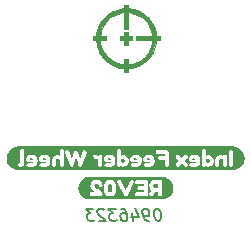
<source format=gbo>
G04 #@! TF.GenerationSoftware,KiCad,Pcbnew,5.1.9+dfsg1-1~bpo10+1*
G04 #@! TF.CreationDate,2021-05-23T17:13:23+00:00*
G04 #@! TF.ProjectId,indexingWheel,696e6465-7869-46e6-9757-6865656c2e6b,rev?*
G04 #@! TF.SameCoordinates,Original*
G04 #@! TF.FileFunction,Legend,Bot*
G04 #@! TF.FilePolarity,Positive*
%FSLAX46Y46*%
G04 Gerber Fmt 4.6, Leading zero omitted, Abs format (unit mm)*
G04 Created by KiCad (PCBNEW 5.1.9+dfsg1-1~bpo10+1) date 2021-05-23 17:13:23*
%MOMM*%
%LPD*%
G01*
G04 APERTURE LIST*
%ADD10C,0.150000*%
%ADD11C,0.100000*%
%ADD12C,0.010000*%
G04 APERTURE END LIST*
D10*
X2679747Y-8152380D02*
X2584508Y-8152380D01*
X2495223Y-8200000D01*
X2453556Y-8247619D01*
X2417842Y-8342857D01*
X2394032Y-8533333D01*
X2423794Y-8771428D01*
X2495223Y-8961904D01*
X2554747Y-9057142D01*
X2608318Y-9104761D01*
X2709508Y-9152380D01*
X2804747Y-9152380D01*
X2894032Y-9104761D01*
X2935699Y-9057142D01*
X2971413Y-8961904D01*
X2995223Y-8771428D01*
X2965461Y-8533333D01*
X2894032Y-8342857D01*
X2834508Y-8247619D01*
X2780937Y-8200000D01*
X2679747Y-8152380D01*
X1995223Y-9152380D02*
X1804747Y-9152380D01*
X1703556Y-9104761D01*
X1649985Y-9057142D01*
X1536889Y-8914285D01*
X1465461Y-8723809D01*
X1417842Y-8342857D01*
X1453556Y-8247619D01*
X1495223Y-8200000D01*
X1584508Y-8152380D01*
X1774985Y-8152380D01*
X1876175Y-8200000D01*
X1929747Y-8247619D01*
X1989270Y-8342857D01*
X2019032Y-8580952D01*
X1983318Y-8676190D01*
X1941651Y-8723809D01*
X1852366Y-8771428D01*
X1661889Y-8771428D01*
X1560699Y-8723809D01*
X1507127Y-8676190D01*
X1447604Y-8580952D01*
X578556Y-8485714D02*
X661889Y-9152380D01*
X769032Y-8104761D02*
X1096413Y-8819047D01*
X477366Y-8819047D01*
X-415491Y-8152380D02*
X-225014Y-8152380D01*
X-123824Y-8200000D01*
X-70252Y-8247619D01*
X42842Y-8390476D01*
X114270Y-8580952D01*
X161889Y-8961904D01*
X126175Y-9057142D01*
X84508Y-9104761D01*
X-4776Y-9152380D01*
X-195252Y-9152380D01*
X-296443Y-9104761D01*
X-350014Y-9057142D01*
X-409538Y-8961904D01*
X-439300Y-8723809D01*
X-403586Y-8628571D01*
X-361919Y-8580952D01*
X-272633Y-8533333D01*
X-82157Y-8533333D01*
X19032Y-8580952D01*
X72604Y-8628571D01*
X132127Y-8723809D01*
X-844062Y-8152380D02*
X-1463110Y-8152380D01*
X-1082157Y-8533333D01*
X-1225014Y-8533333D01*
X-1314300Y-8580952D01*
X-1355967Y-8628571D01*
X-1391681Y-8723809D01*
X-1361919Y-8961904D01*
X-1302395Y-9057142D01*
X-1248824Y-9104761D01*
X-1147633Y-9152380D01*
X-861919Y-9152380D01*
X-772633Y-9104761D01*
X-730967Y-9057142D01*
X-1832157Y-8247619D02*
X-1885729Y-8200000D01*
X-1986919Y-8152380D01*
X-2225014Y-8152380D01*
X-2314300Y-8200000D01*
X-2355967Y-8247619D01*
X-2391681Y-8342857D01*
X-2379776Y-8438095D01*
X-2314300Y-8580952D01*
X-1671443Y-9152380D01*
X-2290491Y-9152380D01*
X-2748824Y-8152380D02*
X-3367872Y-8152380D01*
X-2986919Y-8533333D01*
X-3129776Y-8533333D01*
X-3219062Y-8580952D01*
X-3260729Y-8628571D01*
X-3296443Y-8723809D01*
X-3266681Y-8961904D01*
X-3207157Y-9057142D01*
X-3153586Y-9104761D01*
X-3052395Y-9152380D01*
X-2766681Y-9152380D01*
X-2677395Y-9104761D01*
X-2635729Y-9057142D01*
D11*
G36*
X2754150Y-6353330D02*
G01*
X2510310Y-6353330D01*
X2399820Y-6311420D01*
X2344575Y-6185690D01*
X2399820Y-6059007D01*
X2514120Y-6016145D01*
X2754150Y-6016145D01*
X2754150Y-6353330D01*
G37*
G36*
X-1318740Y-6762905D02*
G01*
X-1404584Y-6739569D01*
X-1465901Y-6669560D01*
X-1502692Y-6552879D01*
X-1514955Y-6389525D01*
X-1514955Y-6378095D01*
X-1502811Y-6210574D01*
X-1466377Y-6090916D01*
X-1405656Y-6019122D01*
X-1320645Y-5995190D01*
X-1235634Y-6019181D01*
X-1174912Y-6091154D01*
X-1138479Y-6211110D01*
X-1126335Y-6379047D01*
X-1138360Y-6546985D01*
X-1174436Y-6666941D01*
X-1234563Y-6738914D01*
X-1318740Y-6762905D01*
G37*
G36*
X3091335Y-5419880D02*
G01*
X2921790Y-5678960D01*
X2510310Y-5678960D01*
X2399608Y-5692507D01*
X2291023Y-5733147D01*
X2184555Y-5800880D01*
X2115023Y-5870412D01*
X2058825Y-5960900D01*
X2021678Y-6067580D01*
X2009295Y-6185690D01*
X2025170Y-6320733D01*
X1889280Y-6905780D01*
X1889280Y-5846600D01*
X1853085Y-5714202D01*
X1715925Y-5678960D01*
X965355Y-5678960D01*
X899633Y-5681817D01*
X849150Y-5699915D01*
X693416Y-5758017D01*
X609120Y-5699915D01*
X512918Y-5667530D01*
X462435Y-5675150D01*
X430050Y-5701820D01*
X398618Y-5752302D01*
X373138Y-5805642D01*
X325275Y-5910417D01*
X264077Y-6044958D01*
X198593Y-6187595D01*
X132870Y-6330232D01*
X70958Y-6464773D01*
X24047Y-6566452D01*
X3330Y-6610505D01*
X-377670Y-5776115D01*
X-404340Y-5718965D01*
X-488160Y-5667530D01*
X-600555Y-5699915D01*
X-684851Y-5758017D01*
X-712950Y-5821835D01*
X-684375Y-5913275D01*
X-881304Y-5931611D01*
X-933930Y-5839932D01*
X-1000367Y-5768971D01*
X-1089187Y-5710392D01*
X-1197058Y-5671102D01*
X-1320645Y-5658005D01*
X-1443756Y-5670864D01*
X-1550197Y-5709440D01*
X-1637827Y-5767066D01*
X-1704502Y-5837075D01*
X-1755223Y-5919942D01*
X-1794990Y-6016145D01*
X-1826740Y-6132773D01*
X-1845790Y-6254058D01*
X-1852140Y-6380000D01*
X-1842853Y-6543473D01*
X-1814992Y-6689086D01*
X-1768558Y-6816840D01*
X-1965249Y-6808863D01*
X-2018827Y-6718138D01*
X-2097647Y-6637651D01*
X-2191230Y-6569548D01*
X-2292195Y-6508111D01*
X-2393160Y-6447628D01*
X-2486743Y-6383572D01*
X-2565562Y-6311420D01*
X-2619141Y-6232839D01*
X-2637000Y-6149495D01*
X-2623665Y-6100917D01*
X-2594137Y-6049482D01*
X-2543655Y-6012335D01*
X-2448405Y-5995190D01*
X-2342677Y-6039957D01*
X-2292195Y-6128540D01*
X-2284575Y-6172355D01*
X-2284575Y-6183785D01*
X-2281717Y-6246650D01*
X-2263620Y-6294275D01*
X-2212185Y-6328565D01*
X-2115030Y-6339995D01*
X-2008826Y-6321897D01*
X-1956915Y-6267605D01*
X-1947390Y-6170450D01*
X-1963159Y-6042921D01*
X-2010467Y-5924493D01*
X-2089312Y-5815167D01*
X-2193664Y-5727855D01*
X-2317489Y-5675467D01*
X-2460787Y-5658005D01*
X-2604192Y-5675679D01*
X-2728334Y-5728702D01*
X-2833215Y-5817072D01*
X-2912590Y-5928092D01*
X-2960215Y-6049059D01*
X-2976090Y-6179975D01*
X-2964184Y-6285702D01*
X-2928465Y-6385715D01*
X-2876077Y-6473345D01*
X-2814165Y-6541925D01*
X-2680815Y-6647176D01*
X-2562705Y-6711470D01*
X-2515080Y-6730520D01*
X-2515080Y-6740045D01*
X-2863695Y-6740045D01*
X-2975137Y-6758143D01*
X-3019905Y-6813388D01*
X-3031335Y-6910543D01*
X-3018952Y-7006745D01*
X-2977995Y-7056275D01*
X-2859885Y-7079135D01*
X-2115030Y-7079135D01*
X-1996920Y-7027700D01*
X-1947390Y-6907685D01*
X-1965249Y-6808863D01*
X-1768558Y-6816840D01*
X-1703550Y-6926735D01*
X-1637589Y-6996268D01*
X-1550197Y-7052465D01*
X-1444232Y-7089613D01*
X-1322550Y-7101995D01*
X-1200392Y-7089374D01*
X-1092997Y-7051513D01*
X-1003939Y-6995077D01*
X-936787Y-6926735D01*
X-885591Y-6845296D01*
X-844395Y-6749570D01*
X-813703Y-6635482D01*
X-795288Y-6511657D01*
X-789150Y-6378095D01*
X-794124Y-6257233D01*
X-809047Y-6148648D01*
X-833917Y-6052340D01*
X-881304Y-5931611D01*
X-684375Y-5913275D01*
X-158595Y-6980075D01*
X-94777Y-7047703D01*
X-6195Y-7073420D01*
X12855Y-7073420D01*
X103343Y-7047703D01*
X167160Y-6980075D01*
X692940Y-5913275D01*
X721515Y-5821835D01*
X693416Y-5758017D01*
X849150Y-5699915D01*
X810574Y-5750397D01*
X797715Y-5848505D01*
X815336Y-5954232D01*
X868200Y-6004715D01*
X967260Y-6016145D01*
X1552095Y-6016145D01*
X1552095Y-6208550D01*
X1174905Y-6208550D01*
X1109183Y-6211407D01*
X1058700Y-6229505D01*
X1020124Y-6279987D01*
X1007265Y-6378095D01*
X1025363Y-6483823D01*
X1079655Y-6534305D01*
X1178715Y-6545735D01*
X1552095Y-6545735D01*
X1552095Y-6738140D01*
X965355Y-6738140D01*
X899633Y-6740998D01*
X849150Y-6759095D01*
X810574Y-6809578D01*
X797715Y-6907685D01*
X815336Y-7013413D01*
X868200Y-7063895D01*
X967260Y-7075325D01*
X1721640Y-7075325D01*
X1827368Y-7057228D01*
X1877850Y-7002935D01*
X1889280Y-6905780D01*
X2025170Y-6320733D01*
X2072795Y-6438843D01*
X2152170Y-6540020D01*
X2119150Y-6618125D01*
X2075970Y-6717820D01*
X2022630Y-6839105D01*
X1994055Y-6938165D01*
X2023583Y-7004840D01*
X2112165Y-7060085D01*
X2210273Y-7086755D01*
X2271233Y-7068658D01*
X2306475Y-7031510D01*
X2331452Y-6977112D01*
X2380982Y-6862177D01*
X2455065Y-6686705D01*
X2514120Y-6690515D01*
X2754150Y-6690515D01*
X2754150Y-6905780D01*
X2757008Y-6971503D01*
X2775105Y-7021985D01*
X2825588Y-7060561D01*
X2923695Y-7073420D01*
X3029423Y-7055799D01*
X3079905Y-7002935D01*
X3091335Y-6903875D01*
X3091335Y-5846600D01*
X3088478Y-5780877D01*
X3070380Y-5730395D01*
X3019898Y-5691819D01*
X2921790Y-5678960D01*
X3091335Y-5419880D01*
X3091494Y-5419880D01*
X3185602Y-5424503D01*
X3278804Y-5438328D01*
X3370202Y-5461222D01*
X3458916Y-5492965D01*
X3544091Y-5533250D01*
X3624908Y-5581689D01*
X3700587Y-5637817D01*
X3770401Y-5701093D01*
X3833677Y-5770906D01*
X3889804Y-5846586D01*
X3938244Y-5927403D01*
X3978529Y-6012578D01*
X4010271Y-6101292D01*
X4033165Y-6192690D01*
X4046991Y-6285892D01*
X4051614Y-6380000D01*
X4046991Y-6474108D01*
X4033165Y-6567310D01*
X4010271Y-6658708D01*
X3978529Y-6747422D01*
X3938244Y-6832597D01*
X3889804Y-6913414D01*
X3833677Y-6989094D01*
X3770401Y-7058907D01*
X3700587Y-7122183D01*
X3624908Y-7178311D01*
X3544091Y-7226750D01*
X3458916Y-7267035D01*
X3370202Y-7298778D01*
X3278804Y-7321672D01*
X3185602Y-7335497D01*
X3091494Y-7340120D01*
X3091335Y-7340120D01*
X-3031335Y-7340120D01*
X-3031494Y-7340120D01*
X-3125602Y-7335497D01*
X-3218804Y-7321672D01*
X-3310202Y-7298778D01*
X-3398916Y-7267035D01*
X-3484091Y-7226750D01*
X-3564908Y-7178311D01*
X-3640587Y-7122183D01*
X-3710401Y-7058907D01*
X-3773677Y-6989094D01*
X-3829804Y-6913414D01*
X-3878244Y-6832597D01*
X-3918529Y-6747422D01*
X-3950271Y-6658708D01*
X-3973165Y-6567310D01*
X-3986991Y-6474108D01*
X-3991614Y-6380000D01*
X-3986991Y-6285892D01*
X-3973165Y-6192690D01*
X-3950271Y-6101292D01*
X-3918529Y-6012578D01*
X-3878244Y-5927403D01*
X-3829804Y-5846586D01*
X-3773677Y-5770906D01*
X-3710401Y-5701093D01*
X-3640587Y-5637817D01*
X-3564908Y-5581689D01*
X-3484091Y-5533250D01*
X-3398916Y-5492965D01*
X-3310202Y-5461222D01*
X-3218804Y-5438328D01*
X-3125602Y-5424503D01*
X-3031494Y-5419880D01*
X-3031335Y-5419880D01*
X3091335Y-5419880D01*
G37*
G36*
X-8042910Y-4010020D02*
G01*
X-8115300Y-3949060D01*
X-8081963Y-3878575D01*
X-7986713Y-3851905D01*
X-7863840Y-3902388D01*
X-7802880Y-4010020D01*
X-8042910Y-4010020D01*
G37*
G36*
X-1451610Y-4010020D02*
G01*
X-1524000Y-3949060D01*
X-1490663Y-3878575D01*
X-1395413Y-3851905D01*
X-1272540Y-3902388D01*
X-1211580Y-4010020D01*
X-1451610Y-4010020D01*
G37*
G36*
X779145Y-4010020D02*
G01*
X706755Y-3949060D01*
X740092Y-3878575D01*
X835342Y-3851905D01*
X958215Y-3902388D01*
X1019175Y-4010020D01*
X779145Y-4010020D01*
G37*
G36*
X1870710Y-4010020D02*
G01*
X1798320Y-3949060D01*
X1831657Y-3878575D01*
X1926907Y-3851905D01*
X2049780Y-3902388D01*
X2110740Y-4010020D01*
X1870710Y-4010020D01*
G37*
G36*
X-6951345Y-4010020D02*
G01*
X-7023735Y-3949060D01*
X-6990398Y-3878575D01*
X-6895148Y-3851905D01*
X-6772275Y-3902388D01*
X-6711315Y-4010020D01*
X-6951345Y-4010020D01*
G37*
G36*
X5737860Y-4010020D02*
G01*
X5665470Y-3949060D01*
X5698807Y-3878575D01*
X5794057Y-3851905D01*
X5916930Y-3902388D01*
X5977890Y-4010020D01*
X5737860Y-4010020D01*
G37*
G36*
X-110490Y-4189090D02*
G01*
X-230505Y-4240525D01*
X-347663Y-4189090D01*
X-394335Y-4075743D01*
X-349568Y-3960490D01*
X-228600Y-3907150D01*
X-106680Y-3959538D01*
X-60960Y-4074790D01*
X-110490Y-4189090D01*
G37*
G36*
X7078980Y-4189090D02*
G01*
X6958965Y-4240525D01*
X6841807Y-4189090D01*
X6795135Y-4075743D01*
X6839902Y-3960490D01*
X6960870Y-3907150D01*
X7082790Y-3959538D01*
X7128510Y-4074790D01*
X7078980Y-4189090D01*
G37*
G36*
X9086850Y-2861305D02*
G01*
X9086850Y-3347080D01*
X9083992Y-3281357D01*
X9065895Y-3230875D01*
X9015412Y-3192299D01*
X8917305Y-3179440D01*
X8811101Y-3197061D01*
X8759190Y-3249925D01*
X6789420Y-3268975D01*
X6786562Y-3203252D01*
X6769417Y-3153722D01*
X6718935Y-3114670D01*
X6622732Y-3103240D01*
X6526530Y-3114670D01*
X6476047Y-3154675D01*
X6458902Y-3205157D01*
X6456045Y-3270880D01*
X6176962Y-3694742D01*
X6064885Y-3614838D01*
X5935662Y-3566896D01*
X5789295Y-3550915D01*
X5665708Y-3562583D01*
X5559742Y-3597588D01*
X5471398Y-3655928D01*
X5400675Y-3737605D01*
X5352097Y-3841189D01*
X5335905Y-3953823D01*
X5350431Y-4055740D01*
X5394007Y-4127178D01*
X5522595Y-4183375D01*
X5974080Y-4183375D01*
X5911215Y-4272910D01*
X5785485Y-4309105D01*
X5686901Y-4303390D01*
X5612130Y-4286245D01*
X5591175Y-4278625D01*
X5514975Y-4257670D01*
X5191125Y-4286245D01*
X4979670Y-4072885D01*
X5191125Y-3859525D01*
X5259705Y-3742367D01*
X5190172Y-3625210D01*
X5073967Y-3556630D01*
X4958715Y-3625210D01*
X4747260Y-3838570D01*
X4537710Y-3625210D01*
X4421505Y-3556630D01*
X4305300Y-3625210D01*
X4236720Y-3742367D01*
X4305300Y-3859525D01*
X4516755Y-4072885D01*
X4305300Y-4286245D01*
X4236720Y-4403403D01*
X4305300Y-4519608D01*
X4421505Y-4587235D01*
X4537710Y-4518655D01*
X4747260Y-4307200D01*
X4958715Y-4518655D01*
X5073967Y-4587235D01*
X5190172Y-4519608D01*
X5259705Y-4403403D01*
X5191125Y-4286245D01*
X5514975Y-4257670D01*
X5410200Y-4343395D01*
X5385435Y-4431025D01*
X5410795Y-4505201D01*
X5486876Y-4558184D01*
X5613678Y-4589973D01*
X5791200Y-4600570D01*
X5924312Y-4588426D01*
X6041707Y-4551993D01*
X6139101Y-4495557D01*
X6212205Y-4423405D01*
X6278880Y-4316513D01*
X6318885Y-4201578D01*
X6332220Y-4078600D01*
X6314969Y-3929269D01*
X6263217Y-3801317D01*
X6176962Y-3694742D01*
X6456045Y-3270880D01*
X6456045Y-4408165D01*
X6458902Y-4473888D01*
X6477000Y-4522465D01*
X6531531Y-4561041D01*
X6637972Y-4573900D01*
X6741081Y-4550564D01*
X6785610Y-4480555D01*
X6881336Y-4549135D01*
X7008495Y-4571995D01*
X7119408Y-4555379D01*
X7223548Y-4505532D01*
X7320915Y-4422453D01*
X7399232Y-4317254D01*
X7446222Y-4201049D01*
X7461885Y-4073838D01*
X7446116Y-3946520D01*
X7398808Y-3829997D01*
X7319962Y-3724270D01*
X7222278Y-3640662D01*
X7118456Y-3590497D01*
X7008495Y-3573775D01*
X6883241Y-3597588D01*
X6789420Y-3669025D01*
X6789420Y-3268975D01*
X8759190Y-3249925D01*
X8749665Y-3348985D01*
X8039100Y-3571870D01*
X7919191Y-3588062D01*
X7813463Y-3636640D01*
X7721917Y-3717602D01*
X7651538Y-3821848D01*
X7609311Y-3940276D01*
X7595235Y-4072885D01*
X7595235Y-4408165D01*
X7598092Y-4473888D01*
X7614285Y-4522465D01*
X7664767Y-4561041D01*
X7762875Y-4573900D01*
X7869555Y-4556279D01*
X7919085Y-4503415D01*
X7930515Y-4406260D01*
X7930515Y-4070980D01*
X7975282Y-3949060D01*
X8095297Y-3905245D01*
X8217217Y-3950965D01*
X8263890Y-4070980D01*
X8263890Y-4408165D01*
X8266747Y-4473888D01*
X8284845Y-4522465D01*
X8333899Y-4561041D01*
X8431530Y-4573900D01*
X8528209Y-4561041D01*
X8578215Y-4522465D01*
X8594407Y-4471983D01*
X8597265Y-4406260D01*
X8597265Y-3731890D01*
X8594407Y-3668072D01*
X8576310Y-3619495D01*
X8526304Y-3583776D01*
X8429625Y-3571870D01*
X8335804Y-3582824D01*
X8286750Y-3615685D01*
X8267700Y-3693790D01*
X8233410Y-3655690D01*
X8181975Y-3615685D01*
X8039100Y-3571870D01*
X8749665Y-3348985D01*
X8749665Y-4408165D01*
X8752522Y-4474840D01*
X8770620Y-4524370D01*
X8821102Y-4562946D01*
X8919210Y-4575805D01*
X9024937Y-4557708D01*
X9075420Y-4503415D01*
X9086850Y-4406260D01*
X9086850Y-3347080D01*
X9086850Y-2861305D01*
X9087009Y-2861305D01*
X9183918Y-2866066D01*
X9279893Y-2880302D01*
X9374012Y-2903878D01*
X9465366Y-2936565D01*
X9553076Y-2978049D01*
X9636298Y-3027930D01*
X9714230Y-3085728D01*
X9786122Y-3150887D01*
X9851280Y-3222779D01*
X9909078Y-3300710D01*
X9958960Y-3383932D01*
X10000444Y-3471643D01*
X10033131Y-3562997D01*
X10056706Y-3657115D01*
X10070943Y-3753091D01*
X10075704Y-3850000D01*
X10070943Y-3946909D01*
X10056706Y-4042885D01*
X10033131Y-4137003D01*
X10000444Y-4228357D01*
X9958960Y-4316068D01*
X9909078Y-4399290D01*
X9851280Y-4477221D01*
X9786122Y-4549113D01*
X9714230Y-4614272D01*
X9636298Y-4672070D01*
X9553076Y-4721951D01*
X9465366Y-4763435D01*
X9374012Y-4796122D01*
X9279893Y-4819698D01*
X9183918Y-4833934D01*
X9087009Y-4838695D01*
X9086850Y-4838695D01*
X-9086850Y-4838695D01*
X-9048750Y-4556755D01*
X-8964930Y-4576758D01*
X-8812530Y-4568185D01*
X-8691563Y-4534371D01*
X-8622030Y-4471030D01*
X-8582025Y-4350062D01*
X-8568690Y-4173850D01*
X-8568690Y-3267070D01*
X-8571548Y-3201347D01*
X-8587740Y-3150865D01*
X-8638223Y-3112289D01*
X-8736330Y-3099430D01*
X-8830628Y-3112289D01*
X-8881110Y-3150865D01*
X-8899208Y-3202300D01*
X-8902065Y-3268975D01*
X-8902065Y-4150990D01*
X-8913495Y-4237668D01*
X-8963978Y-4255765D01*
X-9016365Y-4258623D01*
X-9048750Y-4274815D01*
X-9086850Y-4410070D01*
X-9077325Y-4506749D01*
X-9048750Y-4556755D01*
X-9086850Y-4838695D01*
X-9087009Y-4838695D01*
X-9183918Y-4833934D01*
X-9279894Y-4819697D01*
X-9374012Y-4796122D01*
X-9465366Y-4763435D01*
X-9553076Y-4721951D01*
X-9636298Y-4672070D01*
X-9714230Y-4614271D01*
X-9786122Y-4549113D01*
X-9851280Y-4477221D01*
X-9909079Y-4399289D01*
X-9958960Y-4316068D01*
X-10000444Y-4228357D01*
X-10033131Y-4137003D01*
X-10056706Y-4042885D01*
X-10070943Y-3946909D01*
X-10075704Y-3850000D01*
X-10070943Y-3753091D01*
X-10056706Y-3657115D01*
X-10033131Y-3562997D01*
X-10000444Y-3471643D01*
X-9958960Y-3383932D01*
X-9909079Y-3300711D01*
X-9851280Y-3222779D01*
X-9786122Y-3150887D01*
X-9714230Y-3085729D01*
X-9636298Y-3027930D01*
X-9553076Y-2978049D01*
X-9465366Y-2936565D01*
X-733425Y-3270880D01*
X-733425Y-4408165D01*
X-977265Y-4423405D01*
X-910590Y-4316513D01*
X-870585Y-4201578D01*
X-857250Y-4078600D01*
X-874501Y-3929269D01*
X-926253Y-3801317D01*
X-1012508Y-3694742D01*
X-1124585Y-3614838D01*
X-1253808Y-3566896D01*
X-1400175Y-3550915D01*
X-1523762Y-3562583D01*
X-1629728Y-3597588D01*
X-1718072Y-3655928D01*
X-1788795Y-3737605D01*
X-1837373Y-3841189D01*
X-1853565Y-3953823D01*
X-1839039Y-4055740D01*
X-1795463Y-4127178D01*
X-1666875Y-4183375D01*
X-1977390Y-4406260D01*
X-1977390Y-3737605D01*
X-1980248Y-3671882D01*
X-1996440Y-3623305D01*
X-2046923Y-3584729D01*
X-2145030Y-3571870D01*
X-2237899Y-3582824D01*
X-2287905Y-3615685D01*
X-2308860Y-3678550D01*
X-2336483Y-3646165D01*
X-2413635Y-3594730D01*
X-2517458Y-3562345D01*
X-2592705Y-3567107D01*
X-2659380Y-3583300D01*
X-2719388Y-3622352D01*
X-2743200Y-3710935D01*
X-2707005Y-3844285D01*
X-2602230Y-3916675D01*
X-2536508Y-3901435D01*
X-2453640Y-3886195D01*
X-2357438Y-3922390D01*
X-2312670Y-4010020D01*
X-3670935Y-4459600D01*
X-3303270Y-3402325D01*
X-3282315Y-3308980D01*
X-3314224Y-3240876D01*
X-3409950Y-3188965D01*
X-3509963Y-3169915D01*
X-3578543Y-3200395D01*
X-3621405Y-3293740D01*
X-3830955Y-3930010D01*
X-4038600Y-3303265D01*
X-4076224Y-3235637D01*
X-4135755Y-3192775D01*
X-4214813Y-3179440D01*
X-4305300Y-3210872D01*
X-4358640Y-3272785D01*
X-4577715Y-3933820D01*
X-4787265Y-3293740D01*
X-4812030Y-3228970D01*
X-4847273Y-3188012D01*
X-4911090Y-3168010D01*
X-5000625Y-3187060D01*
X-5096351Y-3240400D01*
X-5128260Y-3308980D01*
X-5105400Y-3402325D01*
X-5233035Y-4408165D01*
X-5233035Y-3268975D01*
X-5235893Y-3203252D01*
X-5252085Y-3154675D01*
X-5302568Y-3116099D01*
X-5400675Y-3103240D01*
X-5496878Y-3116099D01*
X-5545455Y-3154675D01*
X-5563553Y-3205157D01*
X-5566410Y-3270880D01*
X-5566410Y-3691885D01*
X-5669756Y-3604731D01*
X-5789295Y-3575680D01*
X-5909204Y-3591767D01*
X-6014932Y-3640027D01*
X-6374236Y-3929269D01*
X-6425988Y-3801317D01*
X-6512243Y-3694742D01*
X-6624320Y-3614838D01*
X-6753543Y-3566896D01*
X-6899910Y-3550915D01*
X-7023497Y-3562583D01*
X-7129463Y-3597588D01*
X-7217807Y-3655928D01*
X-7288530Y-3737605D01*
X-7337108Y-3841189D01*
X-7465801Y-3929269D01*
X-7517553Y-3801317D01*
X-7603808Y-3694742D01*
X-7715885Y-3614838D01*
X-7845108Y-3566896D01*
X-7991475Y-3550915D01*
X-8115062Y-3562583D01*
X-8221028Y-3597588D01*
X-8309372Y-3655928D01*
X-8380095Y-3737605D01*
X-8428673Y-3841189D01*
X-8444865Y-3953823D01*
X-8430339Y-4055740D01*
X-8386763Y-4127178D01*
X-8258175Y-4183375D01*
X-7806690Y-4183375D01*
X-7869555Y-4272910D01*
X-7995285Y-4309105D01*
X-8093869Y-4303390D01*
X-8168640Y-4286245D01*
X-8189595Y-4278625D01*
X-8265795Y-4257670D01*
X-8370570Y-4343395D01*
X-8395335Y-4431025D01*
X-8369975Y-4505201D01*
X-8293894Y-4558184D01*
X-8167092Y-4589973D01*
X-7989570Y-4600570D01*
X-7856458Y-4588426D01*
X-7739063Y-4551993D01*
X-7641669Y-4495557D01*
X-7568565Y-4423405D01*
X-7501890Y-4316513D01*
X-7461885Y-4201578D01*
X-7448550Y-4078600D01*
X-7465801Y-3929269D01*
X-7337108Y-3841189D01*
X-7353300Y-3953823D01*
X-7338774Y-4055740D01*
X-7295198Y-4127178D01*
X-7166610Y-4183375D01*
X-6715125Y-4183375D01*
X-6777990Y-4272910D01*
X-6903720Y-4309105D01*
X-7002304Y-4303390D01*
X-7077075Y-4286245D01*
X-7098030Y-4278625D01*
X-7174230Y-4257670D01*
X-7279005Y-4343395D01*
X-7303770Y-4431025D01*
X-7278410Y-4505201D01*
X-7202329Y-4558184D01*
X-7075527Y-4589973D01*
X-6898005Y-4600570D01*
X-6764893Y-4588426D01*
X-6647498Y-4551993D01*
X-6550104Y-4495557D01*
X-6477000Y-4423405D01*
X-6410325Y-4316513D01*
X-6370320Y-4201578D01*
X-6356985Y-4078600D01*
X-6374236Y-3929269D01*
X-6014932Y-3640027D01*
X-6106478Y-3720460D01*
X-6176857Y-3824177D01*
X-6219084Y-3942287D01*
X-6233160Y-4074790D01*
X-6233160Y-4410070D01*
X-6230303Y-4475793D01*
X-6212205Y-4526275D01*
X-6163151Y-4563423D01*
X-6065520Y-4575805D01*
X-5971223Y-4563423D01*
X-5920740Y-4526275D01*
X-5902643Y-4474840D01*
X-5899785Y-4406260D01*
X-5899785Y-4072885D01*
X-5855970Y-3950965D01*
X-5744528Y-3907150D01*
X-5625465Y-3948108D01*
X-5566410Y-4040500D01*
X-5566410Y-4410070D01*
X-5563553Y-4475793D01*
X-5545455Y-4526275D01*
X-5496401Y-4563423D01*
X-5398770Y-4575805D01*
X-5302091Y-4562946D01*
X-5252085Y-4524370D01*
X-5235893Y-4474840D01*
X-5233035Y-4408165D01*
X-5105400Y-3402325D01*
X-4739640Y-4459600D01*
X-4726305Y-4491985D01*
X-4675823Y-4542468D01*
X-4578668Y-4573900D01*
X-4481513Y-4542468D01*
X-4427220Y-4480555D01*
X-4204335Y-3823330D01*
X-4128059Y-4048730D01*
X-4068394Y-4225056D01*
X-4025341Y-4352310D01*
X-3998900Y-4430492D01*
X-3989070Y-4459600D01*
X-3971925Y-4491985D01*
X-3941445Y-4530085D01*
X-3836670Y-4573900D01*
X-3736658Y-4545325D01*
X-3684270Y-4488175D01*
X-3670935Y-4459600D01*
X-2312670Y-4010020D01*
X-2312670Y-4410070D01*
X-2309813Y-4475793D01*
X-2291715Y-4526275D01*
X-2240280Y-4563423D01*
X-2143125Y-4575805D01*
X-2011680Y-4543420D01*
X-1977390Y-4461505D01*
X-1977390Y-4406260D01*
X-1666875Y-4183375D01*
X-1215390Y-4183375D01*
X-1278255Y-4272910D01*
X-1403985Y-4309105D01*
X-1502569Y-4303390D01*
X-1577340Y-4286245D01*
X-1598295Y-4278625D01*
X-1674495Y-4257670D01*
X-1779270Y-4343395D01*
X-1804035Y-4431025D01*
X-1778675Y-4505201D01*
X-1702594Y-4558184D01*
X-1575792Y-4589973D01*
X-1398270Y-4600570D01*
X-1265158Y-4588426D01*
X-1147763Y-4551993D01*
X-1050369Y-4495557D01*
X-977265Y-4423405D01*
X-733425Y-4408165D01*
X-730568Y-4473888D01*
X-712470Y-4522465D01*
X-657939Y-4561041D01*
X-551498Y-4573900D01*
X-448389Y-4550564D01*
X-403860Y-4480555D01*
X-308134Y-4549135D01*
X-180975Y-4571995D01*
X-70062Y-4555379D01*
X34078Y-4505532D01*
X131445Y-4422453D01*
X209762Y-4317254D01*
X256752Y-4201049D01*
X272415Y-4073838D01*
X256646Y-3946520D01*
X209338Y-3829997D01*
X130492Y-3724270D01*
X32808Y-3640662D01*
X-71014Y-3590497D01*
X-180975Y-3573775D01*
X-306229Y-3597588D01*
X-400050Y-3669025D01*
X-400050Y-3268975D01*
X-402908Y-3203252D01*
X-420053Y-3153722D01*
X-470535Y-3114670D01*
X-566738Y-3103240D01*
X-662940Y-3114670D01*
X-713423Y-3154675D01*
X-730568Y-3205157D01*
X-733425Y-3270880D01*
X-9465366Y-2936565D01*
X-9374012Y-2903878D01*
X-9279894Y-2880303D01*
X2726055Y-3179440D01*
X2660332Y-3182297D01*
X2610802Y-3200395D01*
X2571750Y-3251830D01*
X2560320Y-3348985D01*
X2571750Y-3446140D01*
X2611755Y-3496622D01*
X2662237Y-3513767D01*
X2729865Y-3516625D01*
X3312795Y-3516625D01*
X3312795Y-3709030D01*
X2937510Y-3709030D01*
X2869882Y-3711887D01*
X2819400Y-3729985D01*
X2782252Y-3781896D01*
X2769870Y-3880480D01*
X2787967Y-3986684D01*
X2842260Y-4038595D01*
X2939415Y-4048120D01*
X3312795Y-4048120D01*
X2451735Y-4201578D01*
X2465070Y-4078600D01*
X2447819Y-3929269D01*
X2396067Y-3801317D01*
X2309812Y-3694742D01*
X2197735Y-3614838D01*
X2068512Y-3566896D01*
X1922145Y-3550915D01*
X1798558Y-3562583D01*
X1692592Y-3597588D01*
X1604248Y-3655928D01*
X1533525Y-3737605D01*
X1484947Y-3841189D01*
X1468755Y-3953823D01*
X1483281Y-4055740D01*
X1373505Y-4078600D01*
X1356254Y-3929269D01*
X1304502Y-3801317D01*
X1218247Y-3694742D01*
X1106170Y-3614838D01*
X976947Y-3566896D01*
X830580Y-3550915D01*
X706993Y-3562583D01*
X601027Y-3597588D01*
X512683Y-3655928D01*
X441960Y-3737605D01*
X393382Y-3841189D01*
X377190Y-3953823D01*
X391716Y-4055740D01*
X435292Y-4127178D01*
X563880Y-4183375D01*
X1015365Y-4183375D01*
X952500Y-4272910D01*
X826770Y-4309105D01*
X728186Y-4303390D01*
X653415Y-4286245D01*
X632460Y-4278625D01*
X556260Y-4257670D01*
X451485Y-4343395D01*
X426720Y-4431025D01*
X452080Y-4505201D01*
X528161Y-4558184D01*
X654963Y-4589973D01*
X832485Y-4600570D01*
X965597Y-4588426D01*
X1082992Y-4551993D01*
X1180386Y-4495557D01*
X1253490Y-4423405D01*
X1320165Y-4316513D01*
X1360170Y-4201578D01*
X1373505Y-4078600D01*
X1483281Y-4055740D01*
X1526857Y-4127178D01*
X1655445Y-4183375D01*
X2106930Y-4183375D01*
X2044065Y-4272910D01*
X1918335Y-4309105D01*
X1819751Y-4303390D01*
X1744980Y-4286245D01*
X1724025Y-4278625D01*
X1647825Y-4257670D01*
X1543050Y-4343395D01*
X1518285Y-4431025D01*
X1543645Y-4505201D01*
X1619726Y-4558184D01*
X1746528Y-4589973D01*
X1924050Y-4600570D01*
X2057162Y-4588426D01*
X2174557Y-4551993D01*
X2271951Y-4495557D01*
X2345055Y-4423405D01*
X2411730Y-4316513D01*
X2451735Y-4201578D01*
X3312795Y-4048120D01*
X3312795Y-4408165D01*
X3315652Y-4474840D01*
X3333750Y-4524370D01*
X3384232Y-4562946D01*
X3482340Y-4575805D01*
X3588067Y-4557708D01*
X3638550Y-4503415D01*
X3649980Y-4406260D01*
X3649980Y-3347080D01*
X3613785Y-3214682D01*
X3476625Y-3179440D01*
X2726055Y-3179440D01*
X-9279894Y-2880303D01*
X-9183918Y-2866066D01*
X-9087009Y-2861305D01*
X-9086850Y-2861305D01*
X9086850Y-2861305D01*
G37*
D12*
G36*
X-112439Y6632195D02*
G01*
X-116389Y6452278D01*
X-296305Y6448329D01*
X-476222Y6444379D01*
X-476222Y6121510D01*
X-296305Y6117561D01*
X-116389Y6113611D01*
X-112439Y5933695D01*
X-108490Y5753778D01*
X214379Y5753778D01*
X218329Y5933695D01*
X222278Y6113611D01*
X402195Y6117561D01*
X582111Y6121510D01*
X582111Y6444379D01*
X402195Y6448329D01*
X222278Y6452278D01*
X218329Y6632195D01*
X214379Y6812111D01*
X-108490Y6812111D01*
X-112439Y6632195D01*
G37*
X-112439Y6632195D02*
X-116389Y6452278D01*
X-296305Y6448329D01*
X-476222Y6444379D01*
X-476222Y6121510D01*
X-296305Y6117561D01*
X-116389Y6113611D01*
X-112439Y5933695D01*
X-108490Y5753778D01*
X214379Y5753778D01*
X218329Y5933695D01*
X222278Y6113611D01*
X402195Y6117561D01*
X582111Y6121510D01*
X582111Y6444379D01*
X402195Y6448329D01*
X222278Y6452278D01*
X218329Y6632195D01*
X214379Y6812111D01*
X-108490Y6812111D01*
X-112439Y6632195D01*
G36*
X-109333Y8833898D02*
G01*
X-203869Y8824212D01*
X-462960Y8783539D01*
X-718270Y8714972D01*
X-969979Y8618460D01*
X-1090055Y8561950D01*
X-1232674Y8486349D01*
X-1359534Y8408738D01*
X-1477813Y8323871D01*
X-1594691Y8226508D01*
X-1717345Y8111403D01*
X-1746554Y8082443D01*
X-1866386Y7957492D01*
X-1967294Y7839938D01*
X-2054522Y7722602D01*
X-2133312Y7598306D01*
X-2208909Y7459870D01*
X-2226061Y7425945D01*
X-2336061Y7175908D01*
X-2418089Y6922356D01*
X-2472199Y6665109D01*
X-2488323Y6539759D01*
X-2498008Y6445222D01*
X-2790444Y6445222D01*
X-2790444Y6120667D01*
X-2497399Y6120667D01*
X-2487535Y6025417D01*
X-2447659Y5768991D01*
X-2381477Y5518967D01*
X-2288236Y5272792D01*
X-2226061Y5139945D01*
X-2150460Y4997326D01*
X-2072848Y4870466D01*
X-1987982Y4752187D01*
X-1890619Y4635309D01*
X-1775514Y4512655D01*
X-1746554Y4483446D01*
X-1621603Y4363614D01*
X-1504049Y4262706D01*
X-1386713Y4175478D01*
X-1262416Y4096688D01*
X-1123980Y4021091D01*
X-1090055Y4003939D01*
X-840019Y3893939D01*
X-586466Y3811911D01*
X-329220Y3757801D01*
X-203869Y3741677D01*
X-109333Y3731992D01*
X-109333Y3439556D01*
X215222Y3439556D01*
X215222Y3731992D01*
X309759Y3741677D01*
X568849Y3782351D01*
X824160Y3850917D01*
X1075868Y3947430D01*
X1195945Y4003939D01*
X1338563Y4079540D01*
X1465423Y4157152D01*
X1583702Y4242018D01*
X1700580Y4339381D01*
X1823235Y4454486D01*
X1852443Y4483446D01*
X1972275Y4608397D01*
X2073183Y4725951D01*
X2160411Y4843287D01*
X2239202Y4967584D01*
X2314798Y5106020D01*
X2331950Y5139945D01*
X2441950Y5389981D01*
X2523979Y5643534D01*
X2578088Y5900780D01*
X2594212Y6026131D01*
X2603898Y6120667D01*
X2896333Y6120667D01*
X2896333Y6445222D01*
X2603898Y6445222D01*
X2265231Y6445222D01*
X850222Y6445222D01*
X850222Y6120667D01*
X2265231Y6120667D01*
X2255524Y6025417D01*
X2219639Y5805687D01*
X2157594Y5585433D01*
X2071111Y5368525D01*
X1961907Y5158835D01*
X1831704Y4960234D01*
X1719801Y4819142D01*
X1566596Y4661179D01*
X1391950Y4516623D01*
X1200543Y4388196D01*
X997055Y4278617D01*
X786165Y4190610D01*
X572554Y4126894D01*
X503468Y4111898D01*
X430237Y4097671D01*
X377880Y4088075D01*
X339620Y4082090D01*
X308682Y4078697D01*
X278287Y4076875D01*
X268139Y4076477D01*
X215222Y4074556D01*
X215222Y4568445D01*
X-109333Y4568445D01*
X-109333Y4070658D01*
X-204583Y4080365D01*
X-423298Y4116117D01*
X-642090Y4177665D01*
X-856909Y4262886D01*
X-1063706Y4369657D01*
X-1258431Y4495854D01*
X-1437033Y4639355D01*
X-1595463Y4798036D01*
X-1613912Y4819142D01*
X-1758922Y5006730D01*
X-1884237Y5208349D01*
X-1988139Y5420127D01*
X-2068907Y5638192D01*
X-2124824Y5858674D01*
X-2149635Y6025417D01*
X-2159342Y6120667D01*
X-1661555Y6120667D01*
X-1661555Y6445222D01*
X-2159342Y6445222D01*
X-2149635Y6540472D01*
X-2113749Y6760202D01*
X-2051705Y6980456D01*
X-1965222Y7197364D01*
X-1856018Y7407054D01*
X-1725814Y7605655D01*
X-1613912Y7746747D01*
X-1458331Y7907203D01*
X-1282063Y8052747D01*
X-1089159Y8181257D01*
X-883669Y8290609D01*
X-669643Y8378681D01*
X-451131Y8443349D01*
X-232182Y8482491D01*
X-204583Y8485524D01*
X-109333Y8495231D01*
X-109333Y7080222D01*
X215222Y7080222D01*
X215222Y8495231D01*
X310472Y8485524D01*
X529187Y8449772D01*
X747979Y8388224D01*
X962798Y8303003D01*
X1169595Y8196233D01*
X1364320Y8070035D01*
X1542922Y7926534D01*
X1701352Y7767853D01*
X1719801Y7746747D01*
X1864811Y7559159D01*
X1990126Y7357540D01*
X2094028Y7145762D01*
X2174796Y6927697D01*
X2230713Y6707216D01*
X2255524Y6540472D01*
X2265231Y6445222D01*
X2603898Y6445222D01*
X2594212Y6539759D01*
X2553539Y6798849D01*
X2484972Y7054160D01*
X2388460Y7305868D01*
X2331950Y7425945D01*
X2256349Y7568563D01*
X2178738Y7695423D01*
X2093871Y7813702D01*
X1996508Y7930580D01*
X1881403Y8053235D01*
X1852443Y8082443D01*
X1727492Y8202275D01*
X1609938Y8303183D01*
X1492602Y8390411D01*
X1368306Y8469202D01*
X1229870Y8544798D01*
X1195945Y8561950D01*
X945908Y8671950D01*
X692356Y8753979D01*
X435109Y8808088D01*
X309759Y8824212D01*
X215222Y8833898D01*
X215222Y9126333D01*
X-109333Y9126333D01*
X-109333Y8833898D01*
G37*
X-109333Y8833898D02*
X-203869Y8824212D01*
X-462960Y8783539D01*
X-718270Y8714972D01*
X-969979Y8618460D01*
X-1090055Y8561950D01*
X-1232674Y8486349D01*
X-1359534Y8408738D01*
X-1477813Y8323871D01*
X-1594691Y8226508D01*
X-1717345Y8111403D01*
X-1746554Y8082443D01*
X-1866386Y7957492D01*
X-1967294Y7839938D01*
X-2054522Y7722602D01*
X-2133312Y7598306D01*
X-2208909Y7459870D01*
X-2226061Y7425945D01*
X-2336061Y7175908D01*
X-2418089Y6922356D01*
X-2472199Y6665109D01*
X-2488323Y6539759D01*
X-2498008Y6445222D01*
X-2790444Y6445222D01*
X-2790444Y6120667D01*
X-2497399Y6120667D01*
X-2487535Y6025417D01*
X-2447659Y5768991D01*
X-2381477Y5518967D01*
X-2288236Y5272792D01*
X-2226061Y5139945D01*
X-2150460Y4997326D01*
X-2072848Y4870466D01*
X-1987982Y4752187D01*
X-1890619Y4635309D01*
X-1775514Y4512655D01*
X-1746554Y4483446D01*
X-1621603Y4363614D01*
X-1504049Y4262706D01*
X-1386713Y4175478D01*
X-1262416Y4096688D01*
X-1123980Y4021091D01*
X-1090055Y4003939D01*
X-840019Y3893939D01*
X-586466Y3811911D01*
X-329220Y3757801D01*
X-203869Y3741677D01*
X-109333Y3731992D01*
X-109333Y3439556D01*
X215222Y3439556D01*
X215222Y3731992D01*
X309759Y3741677D01*
X568849Y3782351D01*
X824160Y3850917D01*
X1075868Y3947430D01*
X1195945Y4003939D01*
X1338563Y4079540D01*
X1465423Y4157152D01*
X1583702Y4242018D01*
X1700580Y4339381D01*
X1823235Y4454486D01*
X1852443Y4483446D01*
X1972275Y4608397D01*
X2073183Y4725951D01*
X2160411Y4843287D01*
X2239202Y4967584D01*
X2314798Y5106020D01*
X2331950Y5139945D01*
X2441950Y5389981D01*
X2523979Y5643534D01*
X2578088Y5900780D01*
X2594212Y6026131D01*
X2603898Y6120667D01*
X2896333Y6120667D01*
X2896333Y6445222D01*
X2603898Y6445222D01*
X2265231Y6445222D01*
X850222Y6445222D01*
X850222Y6120667D01*
X2265231Y6120667D01*
X2255524Y6025417D01*
X2219639Y5805687D01*
X2157594Y5585433D01*
X2071111Y5368525D01*
X1961907Y5158835D01*
X1831704Y4960234D01*
X1719801Y4819142D01*
X1566596Y4661179D01*
X1391950Y4516623D01*
X1200543Y4388196D01*
X997055Y4278617D01*
X786165Y4190610D01*
X572554Y4126894D01*
X503468Y4111898D01*
X430237Y4097671D01*
X377880Y4088075D01*
X339620Y4082090D01*
X308682Y4078697D01*
X278287Y4076875D01*
X268139Y4076477D01*
X215222Y4074556D01*
X215222Y4568445D01*
X-109333Y4568445D01*
X-109333Y4070658D01*
X-204583Y4080365D01*
X-423298Y4116117D01*
X-642090Y4177665D01*
X-856909Y4262886D01*
X-1063706Y4369657D01*
X-1258431Y4495854D01*
X-1437033Y4639355D01*
X-1595463Y4798036D01*
X-1613912Y4819142D01*
X-1758922Y5006730D01*
X-1884237Y5208349D01*
X-1988139Y5420127D01*
X-2068907Y5638192D01*
X-2124824Y5858674D01*
X-2149635Y6025417D01*
X-2159342Y6120667D01*
X-1661555Y6120667D01*
X-1661555Y6445222D01*
X-2159342Y6445222D01*
X-2149635Y6540472D01*
X-2113749Y6760202D01*
X-2051705Y6980456D01*
X-1965222Y7197364D01*
X-1856018Y7407054D01*
X-1725814Y7605655D01*
X-1613912Y7746747D01*
X-1458331Y7907203D01*
X-1282063Y8052747D01*
X-1089159Y8181257D01*
X-883669Y8290609D01*
X-669643Y8378681D01*
X-451131Y8443349D01*
X-232182Y8482491D01*
X-204583Y8485524D01*
X-109333Y8495231D01*
X-109333Y7080222D01*
X215222Y7080222D01*
X215222Y8495231D01*
X310472Y8485524D01*
X529187Y8449772D01*
X747979Y8388224D01*
X962798Y8303003D01*
X1169595Y8196233D01*
X1364320Y8070035D01*
X1542922Y7926534D01*
X1701352Y7767853D01*
X1719801Y7746747D01*
X1864811Y7559159D01*
X1990126Y7357540D01*
X2094028Y7145762D01*
X2174796Y6927697D01*
X2230713Y6707216D01*
X2255524Y6540472D01*
X2265231Y6445222D01*
X2603898Y6445222D01*
X2594212Y6539759D01*
X2553539Y6798849D01*
X2484972Y7054160D01*
X2388460Y7305868D01*
X2331950Y7425945D01*
X2256349Y7568563D01*
X2178738Y7695423D01*
X2093871Y7813702D01*
X1996508Y7930580D01*
X1881403Y8053235D01*
X1852443Y8082443D01*
X1727492Y8202275D01*
X1609938Y8303183D01*
X1492602Y8390411D01*
X1368306Y8469202D01*
X1229870Y8544798D01*
X1195945Y8561950D01*
X945908Y8671950D01*
X692356Y8753979D01*
X435109Y8808088D01*
X309759Y8824212D01*
X215222Y8833898D01*
X215222Y9126333D01*
X-109333Y9126333D01*
X-109333Y8833898D01*
M02*

</source>
